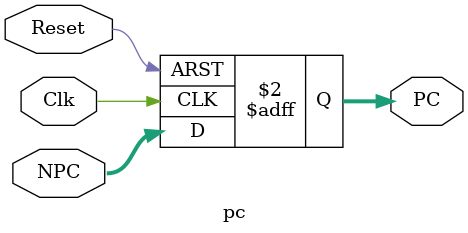
<source format=v>
module pc(
    NPC, Clk, Reset,
    PC
);
input [31:0] NPC;
input Clk;
input Reset;
output reg [31:0] PC;

// At the very least, the program
// counter must have a reset
// signal to initialize its value
// when the processor turns on.
// MIPS processors initialize the
// PC to 0xBFC00000 on reset and
// begin executing code to start
// up the operating system (OS).
// The OS then loads an applica-
// tion program at 0x00400000
// and begins executing it.
// For simplicity in this chapter,
// we will reset the PC to
// 0x00000000 and place our
// programs there instead. 

always @(posedge Clk or posedge Reset) begin
    if (Reset) // 暂时初始化为0
        PC <= 32'h0;
    else
        PC <= NPC;
end

endmodule // pc
</source>
